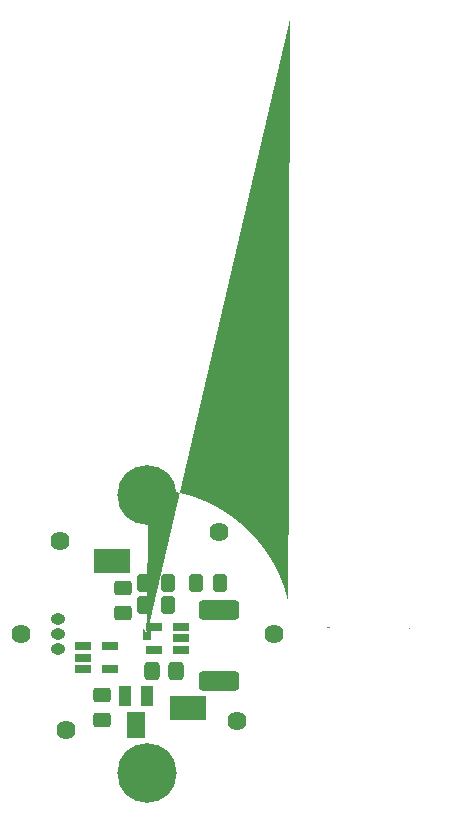
<source format=gts>
G04 #@! TF.GenerationSoftware,KiCad,Pcbnew,(6.0.1)*
G04 #@! TF.CreationDate,2022-03-12T10:23:07+01:00*
G04 #@! TF.ProjectId,Linterna_MT340L_V2,4c696e74-6572-46e6-915f-4d543334304c,rev?*
G04 #@! TF.SameCoordinates,Original*
G04 #@! TF.FileFunction,Soldermask,Top*
G04 #@! TF.FilePolarity,Negative*
%FSLAX46Y46*%
G04 Gerber Fmt 4.6, Leading zero omitted, Abs format (unit mm)*
G04 Created by KiCad (PCBNEW (6.0.1)) date 2022-03-12 10:23:07*
%MOMM*%
%LPD*%
G01*
G04 APERTURE LIST*
G04 Aperture macros list*
%AMRoundRect*
0 Rectangle with rounded corners*
0 $1 Rounding radius*
0 $2 $3 $4 $5 $6 $7 $8 $9 X,Y pos of 4 corners*
0 Add a 4 corners polygon primitive as box body*
4,1,4,$2,$3,$4,$5,$6,$7,$8,$9,$2,$3,0*
0 Add four circle primitives for the rounded corners*
1,1,$1+$1,$2,$3*
1,1,$1+$1,$4,$5*
1,1,$1+$1,$6,$7*
1,1,$1+$1,$8,$9*
0 Add four rect primitives between the rounded corners*
20,1,$1+$1,$2,$3,$4,$5,0*
20,1,$1+$1,$4,$5,$6,$7,0*
20,1,$1+$1,$6,$7,$8,$9,0*
20,1,$1+$1,$8,$9,$2,$3,0*%
%AMFreePoly0*
4,1,329,0.087056,12.269672,0.769045,12.245857,0.771832,12.245681,1.451428,12.183833,1.454200,12.183503,2.129285,12.083815,2.132035,12.083330,2.800502,11.946113,2.803220,11.945475,3.462985,11.771158,3.465664,11.770370,4.114669,11.559495,4.117299,11.558558,4.753521,11.311784,4.756095,11.310702,5.377550,11.028797,5.380060,11.027573,5.984810,10.711418,5.987247,10.710056,6.573405,10.360635,
6.575763,10.359139,7.141503,9.977543,7.143773,9.975918,7.687329,9.563337,7.689505,9.561587,8.209182,9.119307,8.211257,9.117439,8.705435,8.646839,8.707402,8.644857,9.174541,8.147405,9.176395,8.145317,9.615036,7.622565,9.616771,7.620377,10.025548,7.073954,10.027157,7.071673,10.404794,6.503283,10.406274,6.500915,10.751594,5.912332,10.752939,5.909885,11.064864,5.302943,
11.066070,5.300425,11.343630,4.677017,11.344694,4.674435,11.587020,4.036505,11.587939,4.033869,11.794278,3.383407,11.795047,3.380722,11.964754,2.719757,11.965373,2.717035,12.097920,2.047626,12.098385,2.044873,12.193357,1.369109,12.193669,1.366334,12.250771,0.686323,12.250927,0.683535,12.269981,0.001396,12.269995,-0.000698,12.265231,-0.341900,12.265158,-0.343993,12.227065,-1.025334,
12.226831,-1.028116,12.150764,-1.706268,12.150376,-1.709033,12.036572,-2.381882,12.036029,-2.384621,11.884843,-3.050067,11.884149,-3.052772,11.696053,-3.708742,11.695209,-3.711403,11.470789,-4.355850,11.469797,-4.358461,11.209752,-4.989376,11.208617,-4.991926,10.913760,-5.607341,10.912483,-5.609825,10.583732,-6.207821,10.582319,-6.210229,10.220700,-6.788941,10.219155,-6.791267,9.825794,-7.348890,
9.824122,-7.351125,9.400248,-7.885922,9.398453,-7.888061,8.945387,-8.398362,8.943476,-8.400398,8.462630,-8.884612,8.460608,-8.886537,7.953482,-9.343155,7.951355,-9.344965,7.419531,-9.772563,7.417307,-9.774251,6.862443,-10.171494,6.860128,-10.173055,6.283955,-10.538706,6.281557,-10.540136,5.685871,-10.873054,5.683397,-10.874348,5.070055,-11.173494,5.067512,-11.174647,4.438428,-11.439090,
4.435825,-11.440100,3.792961,-11.669014,3.790305,-11.669877,3.135664,-11.862548,3.132965,-11.863261,2.468590,-12.019089,2.465854,-12.019650,1.793817,-12.138148,1.791055,-12.138556,1.113450,-12.219355,1.110670,-12.219608,0.429612,-12.262457,0.426821,-12.262555,-0.255567,-12.267319,-0.258358,-12.267260,-0.939949,-12.233925,-0.942733,-12.233711,-1.621399,-12.162380,-1.624167,-12.162011,-2.297794,-12.052907,
-2.300537,-12.052384,-2.967023,-11.905848,-2.969732,-11.905172,-3.626998,-11.721660,-3.629665,-11.720834,-4.275663,-11.500918,-4.278280,-11.499945,-4.910995,-11.244312,-4.913554,-11.243194,-5.531013,-10.952640,-5.533505,-10.951381,-6.133781,-10.626812,-6.136199,-10.625416,-6.717422,-10.267846,-6.719759,-10.266317,-7.280115,-9.876859,-7.282362,-9.875203,-7.820104,-9.455073,-7.822255,-9.453293,-8.335707,-9.003800,
-8.337756,-9.001903,-8.825315,-8.524449,-8.827255,-8.522440,-9.287403,-8.018515,-9.289227,-8.016401,-9.720526,-7.487575,-9.722230,-7.485363,-10.123338,-6.933286,-10.124915,-6.930982,-10.494579,-6.357375,-10.496026,-6.354987,-10.833095,-5.761639,-10.834406,-5.759174,-11.137827,-5.147936,-11.138998,-5.145401,-11.407826,-4.518179,-11.408854,-4.515583,-11.642250,-3.874332,-11.643131,-3.871683,-11.840368,-3.218404,
-11.841100,-3.215709,-12.001562,-2.552438,-12.002143,-2.549707,-12.125330,-1.878513,-12.125757,-1.875754,-12.211285,-1.198730,-12.211557,-1.195951,-12.259159,-0.515208,-12.259276,-0.512418,-12.263482,-0.211236,-12.263507,-0.209415,-9.227598,-0.209415,-9.194852,-0.804438,-9.123773,-1.396128,-9.014660,-1.981998,-8.867963,-2.559621,-8.684309,-3.126532,-8.464435,-3.680456,-8.209296,-4.218990,-7.919915,-4.739974,
-7.597526,-5.241184,-7.243467,-5.720541,-6.859208,-6.176057,-6.446345,-6.605835,-6.006632,-7.008053,-5.541874,-7.381060,-5.053982,-7.723321,-4.545059,-8.033359,-4.017175,-8.309917,-3.472546,-8.551833,-2.913433,-8.758100,-2.342175,-8.927857,-1.761162,-9.060393,-1.172801,-9.155160,-0.579559,-9.211760,0.016116,-9.229960,0.611706,-9.209682,1.204749,-9.151010,1.792777,-9.054191,2.373326,-8.919626,
2.943988,-8.747877,3.502375,-8.539659,4.046149,-8.295848,4.573077,-8.017442,5.080923,-7.705624,5.567590,-7.361682,6.031058,-6.987041,6.469365,-6.583292,6.880732,-6.152067,7.263393,-5.695221,7.615772,-5.214637,7.936416,-4.712294,8.223967,-4.190322,8.477235,-3.650876,8.695165,-3.096212,8.876849,-2.528630,9.021523,-1.950520,9.128589,-1.364289,9.197603,-0.772342,9.228302,-0.176626,
9.229992,-0.000561,9.210735,0.595626,9.153098,1.188784,9.057304,1.776980,8.923757,2.357749,8.753001,2.928720,8.545766,3.487450,8.302889,4.031680,8.025420,4.559064,7.714475,5.067474,7.371390,5.554730,6.997558,6.018854,6.594565,6.457873,6.164076,6.869977,5.707899,7.253434,5.227906,7.606669,4.726142,7.928178,4.204672,8.216639,3.665667,8.470850,3.111374,8.689751,
2.544129,8.872420,1.966270,9.018104,1.380196,9.126197,0.788399,9.196241,0.193305,9.227950,-0.402609,9.221188,-0.996836,9.175987,-1.586901,9.092534,-2.170353,8.971175,-2.744763,8.812417,-3.307728,8.616923,-3.856901,8.385507,-4.389992,8.119137,-4.904806,7.818906,-5.399135,7.486104,-5.870991,7.122070,-6.318355,6.728359,-6.739376,6.306603,-7.132308,5.858550,-7.495510,5.386069,
-7.827461,4.891143,-8.126785,4.375819,-8.392224,3.842264,-8.622682,3.292686,-8.817197,2.729368,-8.974948,2.154700,-9.095291,1.571020,-9.177712,0.980830,-9.221878,0.386509,-9.227598,-0.209415,-12.263507,-0.209415,-12.268804,0.169920,-12.268765,0.172712,-12.240189,0.854518,-12.239994,0.857303,-12.173403,1.536451,-12.173053,1.539221,-12.068654,2.213593,-12.068150,2.216340,-11.926270,2.883833,
-11.925614,2.886546,-11.746695,3.545078,-11.745888,3.547751,-11.530488,4.195268,-11.529533,4.197892,-11.278323,4.832376,-11.277223,4.834943,-10.990987,5.454415,-10.989745,5.456916,-10.669375,6.059444,-10.667996,6.061871,-10.314492,6.645575,-10.312980,6.647922,-9.927444,7.210984,-9.925802,7.213243,-9.509436,7.753905,-9.507672,7.756069,-9.061774,8.272646,-9.059891,8.274708,-8.585853,8.765589,
-8.583858,8.767543,-8.083157,9.231197,-8.081056,9.233036,-7.555254,9.668017,-7.553054,9.669736,-7.003791,10.074688,-7.001498,10.076281,-6.430486,10.449941,-6.428108,10.451404,-5.837128,10.792607,-5.834672,10.793935,-5.225567,11.101616,-5.223040,11.102805,-4.597710,11.376005,-4.595122,11.377051,-3.955516,11.614918,-3.952872,11.615818,-3.300985,11.817611,-3.298296,11.818362,-2.636162,11.983450,
-2.633435,11.984049,-1.963117,12.111919,-1.960361,12.112366,-1.283951,12.202619,-1.281174,12.202911,-0.600780,12.255264,-0.597991,12.255400,0.084264,12.269691,0.087056,12.269672,0.087056,12.269672,$1*%
G04 Aperture macros list end*
%ADD10RoundRect,0.300000X-0.325000X-0.450000X0.325000X-0.450000X0.325000X0.450000X-0.325000X0.450000X0*%
%ADD11RoundRect,0.050000X0.469900X0.774700X-0.469900X0.774700X-0.469900X-0.774700X0.469900X-0.774700X0*%
%ADD12RoundRect,0.050000X0.749300X1.066800X-0.749300X1.066800X-0.749300X-1.066800X0.749300X-1.066800X0*%
%ADD13RoundRect,0.299999X-1.425001X0.512501X-1.425001X-0.512501X1.425001X-0.512501X1.425001X0.512501X0*%
%ADD14RoundRect,0.050000X1.500000X-1.000000X1.500000X1.000000X-1.500000X1.000000X-1.500000X-1.000000X0*%
%ADD15RoundRect,0.300000X0.325000X0.450000X-0.325000X0.450000X-0.325000X-0.450000X0.325000X-0.450000X0*%
%ADD16RoundRect,0.200000X0.512500X0.150000X-0.512500X0.150000X-0.512500X-0.150000X0.512500X-0.150000X0*%
%ADD17RoundRect,0.300000X-0.450000X0.325000X-0.450000X-0.325000X0.450000X-0.325000X0.450000X0.325000X0*%
%ADD18RoundRect,0.200000X-0.512500X-0.150000X0.512500X-0.150000X0.512500X0.150000X-0.512500X0.150000X0*%
%ADD19C,1.624000*%
%ADD20FreePoly0,0.000000*%
%ADD21C,5.040000*%
%ADD22RoundRect,0.300000X0.337500X0.475000X-0.337500X0.475000X-0.337500X-0.475000X0.337500X-0.475000X0*%
%ADD23O,1.243000X0.957250*%
G04 APERTURE END LIST*
D10*
X149725000Y-95650000D03*
X151775000Y-95650000D03*
D11*
X149975000Y-105248500D03*
D12*
X149025000Y-107725000D03*
D11*
X148075000Y-105248500D03*
D13*
X156050000Y-97987500D03*
X156050000Y-103962500D03*
D14*
X146975000Y-93825000D03*
D10*
X149725000Y-97550000D03*
X151775000Y-97550000D03*
D15*
X156150000Y-95725000D03*
X154100000Y-95725000D03*
D16*
X152862500Y-101325000D03*
X152862500Y-100375000D03*
X152862500Y-99425000D03*
X150587500Y-99425000D03*
X150587500Y-101325000D03*
D14*
X153425000Y-106250000D03*
D17*
X147900000Y-96150000D03*
X147900000Y-98200000D03*
X146125000Y-105200000D03*
X146125000Y-107250000D03*
D18*
X144512500Y-101050000D03*
X144512500Y-102000000D03*
X144512500Y-102950000D03*
X146787500Y-102950000D03*
X146787500Y-101050000D03*
D19*
X143142000Y-108128000D03*
X156096000Y-91364000D03*
X139250000Y-100000000D03*
X142634000Y-92126000D03*
D20*
X150000000Y-100000000D03*
D19*
X160750000Y-100000000D03*
D21*
X150000000Y-88250000D03*
D19*
X157620000Y-107366000D03*
D21*
X150000000Y-111750000D03*
D22*
X152437500Y-103125000D03*
X150362500Y-103125000D03*
D23*
X142400000Y-98700000D03*
X142400000Y-99970000D03*
X142400000Y-101240000D03*
G36*
X157468868Y-104773999D02*
G01*
X157468868Y-104775999D01*
X157467465Y-104776972D01*
X157467459Y-104776973D01*
X157467130Y-104777000D01*
X154632870Y-104777000D01*
X154631138Y-104776000D01*
X154631138Y-104774000D01*
X154632870Y-104773000D01*
X157467136Y-104772999D01*
X157468868Y-104773999D01*
G37*
G36*
X157468862Y-103149000D02*
G01*
X157468862Y-103151000D01*
X157467130Y-103152000D01*
X154632864Y-103152001D01*
X154631132Y-103151001D01*
X154631132Y-103149001D01*
X154632535Y-103148028D01*
X154632541Y-103148027D01*
X154632870Y-103148000D01*
X157467130Y-103148000D01*
X157468862Y-103149000D01*
G37*
G36*
X157468868Y-98798999D02*
G01*
X157468868Y-98800999D01*
X157467465Y-98801972D01*
X157467459Y-98801973D01*
X157467130Y-98802000D01*
X154632870Y-98802000D01*
X154631138Y-98801000D01*
X154631138Y-98799000D01*
X154632870Y-98798000D01*
X157467136Y-98797999D01*
X157468868Y-98798999D01*
G37*
G36*
X157468862Y-97174000D02*
G01*
X157468862Y-97176000D01*
X157467130Y-97177000D01*
X154632864Y-97177001D01*
X154631132Y-97176001D01*
X154631132Y-97174001D01*
X154632535Y-97173028D01*
X154632541Y-97173027D01*
X154632870Y-97173000D01*
X157467130Y-97173000D01*
X157468862Y-97174000D01*
G37*
M02*

</source>
